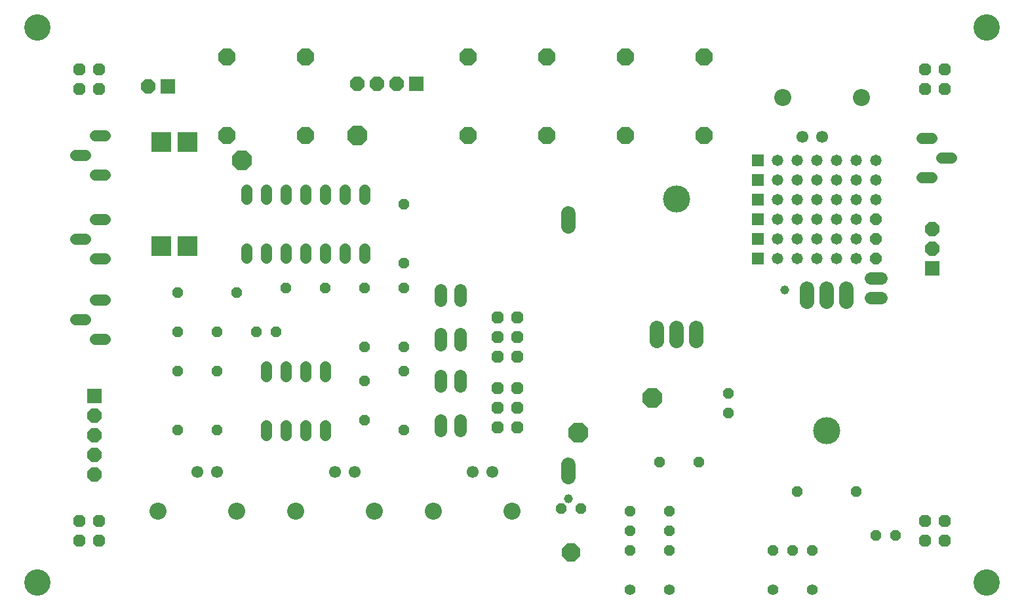
<source format=gts>
G75*
G70*
%OFA0B0*%
%FSLAX24Y24*%
%IPPOS*%
%LPD*%
%AMOC8*
5,1,8,0,0,1.08239X$1,22.5*
%
%ADD10C,0.1340*%
%ADD11C,0.0730*%
%ADD12OC8,0.0560*%
%ADD13C,0.0611*%
%ADD14C,0.0867*%
%ADD15C,0.0560*%
%ADD16C,0.0580*%
%ADD17C,0.0620*%
%ADD18OC8,0.0620*%
%ADD19OC8,0.0552*%
%ADD20C,0.0552*%
%ADD21OC8,0.0860*%
%ADD22OC8,0.0730*%
%ADD23R,0.0730X0.0730*%
%ADD24C,0.0740*%
%ADD25C,0.1380*%
%ADD26OC8,0.0930*%
%ADD27R,0.1025X0.1025*%
%ADD28OC8,0.1025*%
%ADD29C,0.0456*%
%ADD30C,0.0580*%
%ADD31R,0.0611X0.0611*%
%ADD32OC8,0.0611*%
D10*
X002073Y002073D03*
X002073Y030323D03*
X050323Y030323D03*
X050323Y002073D03*
D11*
X029073Y007428D02*
X029073Y008078D01*
X029073Y020208D02*
X029073Y020857D01*
D12*
X020698Y021323D03*
X020698Y018323D03*
X020698Y017073D03*
X018698Y017073D03*
X016698Y017073D03*
X014698Y017073D03*
X012198Y016823D03*
X011198Y014823D03*
X009198Y014823D03*
X009198Y012823D03*
X011198Y012823D03*
X013198Y014823D03*
X014198Y014823D03*
X018698Y014073D03*
X020698Y014073D03*
X020698Y012823D03*
X018698Y012323D03*
X018698Y010323D03*
X020698Y009823D03*
X028698Y005823D03*
X029698Y005823D03*
X033698Y008198D03*
X035698Y008198D03*
X037198Y010698D03*
X037198Y011698D03*
X040698Y006698D03*
X043698Y006698D03*
X044698Y004448D03*
X045698Y004448D03*
X011198Y009823D03*
X009198Y009823D03*
X009198Y016823D03*
D13*
X010198Y007698D03*
X011198Y007698D03*
X017198Y007698D03*
X018198Y007698D03*
X024198Y007698D03*
X025198Y007698D03*
X040948Y024773D03*
X041948Y024773D03*
D14*
X039948Y026773D03*
X043948Y026773D03*
X026198Y005698D03*
X022198Y005698D03*
X019198Y005698D03*
X015198Y005698D03*
X012198Y005698D03*
X008198Y005698D03*
D15*
X005485Y014448D02*
X005005Y014448D01*
X004485Y015448D02*
X004005Y015448D01*
X005005Y016448D02*
X005485Y016448D01*
X005485Y018573D02*
X005005Y018573D01*
X004485Y019573D02*
X004005Y019573D01*
X005005Y020573D02*
X005485Y020573D01*
X005485Y022823D02*
X005005Y022823D01*
X004485Y023823D02*
X004005Y023823D01*
X005005Y024823D02*
X005485Y024823D01*
X012698Y022063D02*
X012698Y021583D01*
X013698Y021583D02*
X013698Y022063D01*
X014698Y022063D02*
X014698Y021583D01*
X015698Y021583D02*
X015698Y022063D01*
X016698Y022063D02*
X016698Y021583D01*
X017698Y021583D02*
X017698Y022063D01*
X018698Y022063D02*
X018698Y021583D01*
X018698Y019063D02*
X018698Y018583D01*
X017698Y018583D02*
X017698Y019063D01*
X016698Y019063D02*
X016698Y018583D01*
X015698Y018583D02*
X015698Y019063D01*
X014698Y019063D02*
X014698Y018583D01*
X013698Y018583D02*
X013698Y019063D01*
X012698Y019063D02*
X012698Y018583D01*
X047037Y022698D02*
X047517Y022698D01*
X048037Y023698D02*
X048517Y023698D01*
X047517Y024698D02*
X047037Y024698D01*
D16*
X016698Y013073D02*
X016698Y012573D01*
X015698Y012573D02*
X015698Y013073D01*
X014698Y013073D02*
X014698Y012573D01*
X013698Y012573D02*
X013698Y013073D01*
X013698Y010073D02*
X013698Y009573D01*
X014698Y009573D02*
X014698Y010073D01*
X015698Y010073D02*
X015698Y009573D01*
X016698Y009573D02*
X016698Y010073D01*
D17*
X022573Y009803D02*
X022573Y010343D01*
X023573Y010343D02*
X023573Y009803D01*
X023573Y012053D02*
X023573Y012593D01*
X022573Y012593D02*
X022573Y012053D01*
X022573Y014178D02*
X022573Y014718D01*
X023573Y014718D02*
X023573Y014178D01*
X023573Y016428D02*
X023573Y016968D01*
X022573Y016968D02*
X022573Y016428D01*
X044428Y016573D02*
X044968Y016573D01*
X044968Y017573D02*
X044428Y017573D01*
D18*
X047198Y027198D03*
X048198Y027198D03*
X048198Y028198D03*
X047198Y028198D03*
X026448Y015573D03*
X025448Y015573D03*
X025448Y014573D03*
X026448Y014573D03*
X026448Y013573D03*
X025448Y013573D03*
X025448Y011948D03*
X026448Y011948D03*
X026448Y010948D03*
X025448Y010948D03*
X025448Y009948D03*
X026448Y009948D03*
X047198Y005198D03*
X048198Y005198D03*
X048198Y004198D03*
X047198Y004198D03*
X005198Y004198D03*
X004198Y004198D03*
X004198Y005198D03*
X005198Y005198D03*
X005198Y027198D03*
X004198Y027198D03*
X004198Y028198D03*
X005198Y028198D03*
D19*
X032198Y005698D03*
X032198Y004698D03*
X032198Y003698D03*
X034198Y003698D03*
X034198Y004698D03*
X034198Y005698D03*
X039448Y003698D03*
X040448Y003698D03*
X041448Y003698D03*
D20*
X041448Y001698D03*
X039448Y001698D03*
X034198Y001698D03*
X032198Y001698D03*
D21*
X031948Y024823D03*
X027948Y024823D03*
X023948Y024823D03*
X023948Y028823D03*
X027948Y028823D03*
X031948Y028823D03*
X035948Y028823D03*
X035948Y024823D03*
X015698Y024823D03*
X011698Y024823D03*
X011698Y028823D03*
X015698Y028823D03*
D22*
X018323Y027448D03*
X019323Y027448D03*
X020323Y027448D03*
X007698Y027323D03*
X004948Y010573D03*
X004948Y009573D03*
X004948Y008573D03*
X004948Y007573D03*
X047573Y019073D03*
X047573Y020073D03*
D23*
X047573Y018073D03*
X021323Y027448D03*
X008698Y027323D03*
X004948Y011573D03*
D24*
X033573Y014368D02*
X033573Y015028D01*
X034573Y015028D02*
X034573Y014368D01*
X035573Y014368D02*
X035573Y015028D01*
X041198Y016368D02*
X041198Y017028D01*
X042198Y017028D02*
X042198Y016368D01*
X043198Y016368D02*
X043198Y017028D01*
D25*
X034573Y021598D03*
X042198Y009798D03*
D26*
X029198Y003598D03*
D27*
X009688Y019198D03*
X008348Y019198D03*
X008348Y024498D03*
X009688Y024498D03*
D28*
X012448Y023573D03*
X018323Y024823D03*
X033323Y011448D03*
X029573Y009698D03*
D29*
X029073Y006323D03*
X040073Y016948D03*
D30*
X039698Y018573D03*
X040698Y018573D03*
X041698Y018573D03*
X042698Y018573D03*
X043698Y018573D03*
X043698Y019573D03*
X042698Y019573D03*
X041698Y019573D03*
X040698Y019573D03*
X039698Y019573D03*
X039698Y020573D03*
X040698Y020573D03*
X041698Y020573D03*
X042698Y020573D03*
X043698Y020573D03*
X043698Y021573D03*
X042698Y021573D03*
X041698Y021573D03*
X040698Y021573D03*
X039698Y021573D03*
X039698Y022573D03*
X040698Y022573D03*
X041698Y022573D03*
X042698Y022573D03*
X043698Y022573D03*
X044698Y022573D03*
X044698Y021573D03*
X044698Y023573D03*
X043698Y023573D03*
X042698Y023573D03*
X041698Y023573D03*
X040698Y023573D03*
X039698Y023573D03*
D31*
X038698Y023573D03*
X038698Y022573D03*
X038698Y021573D03*
X038698Y020573D03*
X038698Y019573D03*
X038698Y018573D03*
D32*
X044698Y018573D03*
X044698Y019573D03*
X044698Y020573D03*
M02*

</source>
